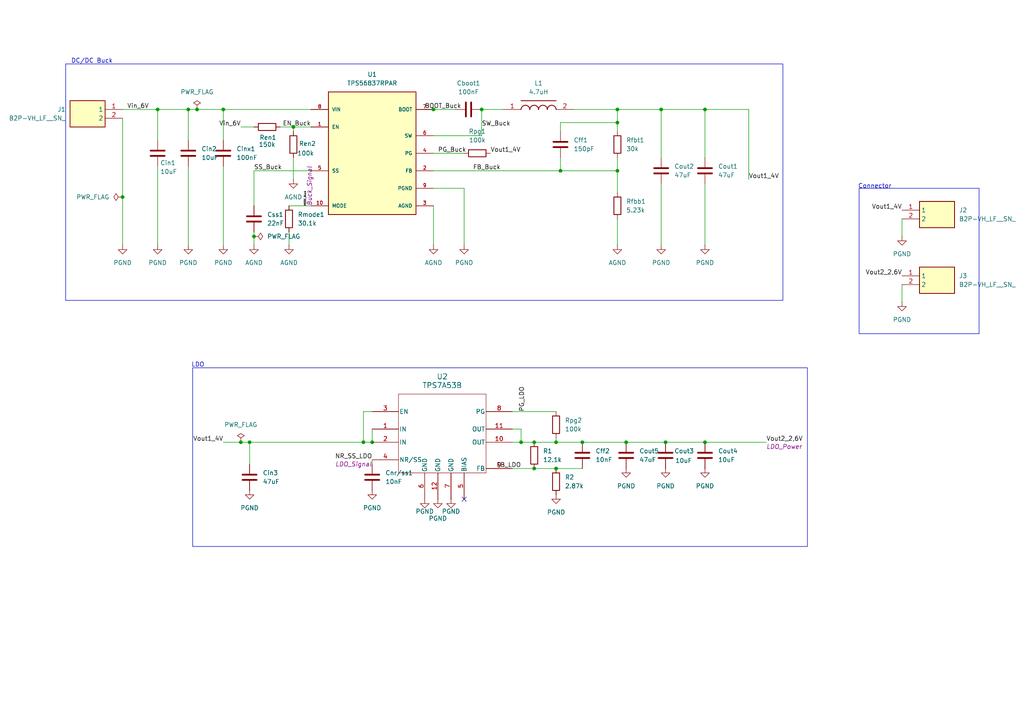
<source format=kicad_sch>
(kicad_sch (version 20231120) (generator "eeschema") (generator_version "8.0")
  (paper "A4")
  (title_block (title "DC/DC LDO analog supply") (date "2025-03-27") (rev "1") (company "Artem Kostenko"))
  (lib_symbols
    (symbol "Device:C" (pin_numbers hide) (pin_names (offset 0.254))
      (property "Reference" "C" (at 0.635 2.54 0))
      (property "Value" "C" (at 0.635 -2.54 0))
      (symbol "C_0_1"
        (polyline (pts (xy -2.032 -0.762) (xy 2.032 -0.762)) (stroke (width 0.508)))
        (polyline (pts (xy -2.032 0.762) (xy 2.032 0.762)) (stroke (width 0.508)))
      )
      (symbol "C_1_1"
        (pin passive line (at 0 3.81 270) (length 2.794) (name "~") (number "1"))
        (pin passive line (at 0 -3.81 90) (length 2.794) (name "~") (number "2"))
      )
    )
    (symbol "Device:R" (pin_numbers hide) (pin_names (offset 0))
      (property "Reference" "R" (at 2.032 0 90))
      (property "Value" "R" (at 0 0 90))
      (symbol "R_0_1"
        (rectangle (start -1.016 -2.54) (end 1.016 2.54) (stroke (width 0.254)))
      )
      (symbol "R_1_1"
        (pin passive line (at 0 3.81 270) (length 1.27) (name "~") (number "1"))
        (pin passive line (at 0 -3.81 90) (length 1.27) (name "~") (number "2"))
      )
    )
    (symbol "power:GND" (power) (pin_numbers hide) (pin_names (offset 0) hide)
      (property "Value" "GND" (at 0 -3.81 0))
      (symbol "GND_0_1"
        (polyline (pts (xy 0 0) (xy 0 -1.27) (xy 1.27 -1.27) (xy 0 -2.54) (xy -1.27 -1.27) (xy 0 -1.27)))
      )
      (symbol "GND_1_1"
        (pin power_in line (at 0 0 270) (length 0) (name "~") (number "1"))
      )
    )
    (symbol "power:PWR_FLAG" (power) (pin_numbers hide) (pin_names (offset 0) hide)
      (property "Value" "PWR_FLAG" (at 0 3.81 0))
      (symbol "PWR_FLAG_0_0"
        (pin power_out line (at 0 0 90) (length 0) (name "~") (number "1"))
      )
      (symbol "PWR_FLAG_0_1"
        (polyline (pts (xy 0 0) (xy 0 1.27) (xy -1.016 1.905) (xy 0 2.54) (xy 1.016 1.905) (xy 0 1.27)))
      )
    )
    (symbol "z1zTPS7A53B:PS7A5301BRPSR" (pin_names (offset 0.254))
      (property "Reference" "U2" (at 20.32 10.16 0))
      (property "Value" "TPS7A53B" (at 20.32 7.62 0))
      (symbol "PS7A5301BRPSR_0_1"
        (polyline (pts (xy 7.62 -17.78) (xy 33.02 -17.78)) (stroke (width 0.127)))
        (polyline (pts (xy 7.62 5.08) (xy 7.62 -17.78)) (stroke (width 0.127)))
        (polyline (pts (xy 33.02 -17.78) (xy 33.02 5.08)) (stroke (width 0.127)))
        (polyline (pts (xy 33.02 5.08) (xy 7.62 5.08)) (stroke (width 0.127)))
        (pin input line (at 0 -5.08 0) (length 7.62) (name "IN") (number "1"))
        (pin output line (at 40.64 -8.89 180) (length 7.62) (name "OUT") (number "10"))
        (pin input line (at 0 -8.89 0) (length 7.62) (name "IN") (number "2"))
        (pin input line (at 0 0 0) (length 7.62) (name "EN") (number "3"))
        (pin unspecified line (at 0 -13.97 0) (length 7.62) (name "NR/SS") (number "4"))
        (pin input line (at 26.67 -25.4 90) (length 7.62) (name "BIAS") (number "5"))
        (pin output line (at 40.64 0 180) (length 7.62) (name "PG") (number "8"))
        (pin input line (at 40.64 -16.51 180) (length 7.62) (name "FB") (number "9"))
      )
      (symbol "PS7A5301BRPSR_1_1"
        (pin passive line (at 40.64 -5.08 180) (length 7.62) (name "OUT") (number "11"))
        (pin power_in line (at 19.05 -25.4 90) (length 7.62) (name "GND") (number "12"))
        (pin power_in line (at 15.24 -25.4 90) (length 7.62) (name "GND") (number "6"))
        (pin power_in line (at 22.86 -25.4 90) (length 7.62) (name "GND") (number "7"))
      )
    )
    (symbol "zzzindukto 4.7:SPM6530T-4R7M" (pin_names hide)
      (property "Reference" "L" (at 16.51 6.35 0))
      (property "Value" "SPM6530T-4R7M" (at 16.51 3.81 0))
      (symbol "SPM6530T-4R7M_1_1"
        (polyline (pts (xy 5.08 2.54) (xy 15.24 2.54)) (stroke (width 0.254)))
        (arc (start 7.62 0) (mid 6.35 1.219) (end 5.08 0) (stroke (width 0.254)))
        (arc (start 10.16 0) (mid 8.89 1.219) (end 7.62 0) (stroke (width 0.254)))
        (arc (start 12.7 0) (mid 11.43 1.219) (end 10.16 0) (stroke (width 0.254)))
        (arc (start 15.24 0) (mid 13.97 1.219) (end 12.7 0) (stroke (width 0.254)))
        (pin passive line (at 0 0 0) (length 5.08) (name "1") (number "1"))
        (pin passive line (at 20.32 0 180) (length 5.08) (name "2") (number "2"))
      )
    )
    (symbol "zzzzconnector:B2P-VH_LF__SN_"
      (property "Reference" "J" (at 16.51 7.62 0))
      (property "Value" "B2P-VH_LF__SN_" (at 16.51 5.08 0))
      (symbol "B2P-VH_LF__SN__1_1"
        (rectangle (start 5.08 2.54) (end 15.24 -5.08) (stroke (width 0.254)) (fill (type background)))
        (pin passive line (at 0 0 0) (length 5.08) (name "1") (number "1"))
        (pin passive line (at 0 -2.54 0) (length 5.08) (name "2") (number "2"))
      )
    )
    (symbol "zzzzz12tsp:TPS56837RPAR" (pin_names (offset 1.016))
      (property "Reference" "U3" (at 0 17.78 0))
      (property "Value" "TPS56837RPAR" (at 0 15.24 0))
      (symbol "TPS56837RPAR_0_0"
        (rectangle (start -10.16 12.7) (end 15.24 -22.86) (stroke (width 0.254)) (fill (type background)))
        (pin input line (at -15.24 2.54 0) (length 5.08) (name "EN") (number "1"))
        (pin input line (at -15.24 -20.32 0) (length 5.08) (name "MODE") (number "10"))
        (pin input line (at 20.32 -10.16 180) (length 5.08) (name "FB") (number "2"))
        (pin power_in line (at 20.32 -20.32 180) (length 5.08) (name "AGND") (number "3"))
        (pin output line (at 20.32 -5.08 180) (length 5.08) (name "PG") (number "4"))
        (pin output line (at -15.24 -10.16 0) (length 5.08) (name "SS") (number "5"))
        (pin output line (at 20.32 0 180) (length 5.08) (name "SW") (number "6"))
        (pin input line (at 20.32 7.62 180) (length 5.08) (name "BOOT") (number "7"))
        (pin input line (at -15.24 7.62 0) (length 5.08) (name "VIN") (number "8"))
        (pin power_in line (at 20.32 -15.24 180) (length 5.08) (name "PGND") (number "9"))
      )
    )
  )
  (junction (at 179.07 31.75))
  (junction (at 35.56 57.15))
  (junction (at 179.07 49.53))
  (junction (at 139.7 31.75))
  (junction (at 179.07 35.56))
  (junction (at 151.13 128.27))
  (junction (at 162.56 49.53))
  (junction (at 168.91 128.27))
  (junction (at 69.85 128.27))
  (junction (at 204.47 128.27))
  (junction (at 181.61 128.27))
  (junction (at 125.73 31.75))
  (junction (at 45.72 31.75))
  (junction (at 64.77 31.75))
  (junction (at 85.09 36.83))
  (junction (at 161.29 135.89))
  (junction (at 105.41 128.27))
  (junction (at 72.39 128.27))
  (junction (at 57.15 31.75))
  (junction (at 161.29 128.27))
  (junction (at 204.47 31.75))
  (junction (at 154.94 128.27))
  (junction (at 193.04 128.27))
  (junction (at 154.94 135.89))
  (junction (at 73.66 68.58))
  (junction (at 54.61 31.75))
  (junction (at 107.95 128.27))
  (junction (at 191.77 31.75))
  (no_connect (at 134.62 144.78))
  (wire (pts (xy 162.56 38.1) (xy 162.56 35.56)))
  (wire (pts (xy 154.94 135.89) (xy 161.29 135.89)))
  (wire (pts (xy 64.77 128.27) (xy 69.85 128.27)))
  (wire (pts (xy 148.59 119.38) (xy 161.29 119.38)))
  (wire (pts (xy 151.13 124.46) (xy 151.13 128.27)))
  (wire (pts (xy 35.56 31.75) (xy 45.72 31.75)))
  (wire (pts (xy 57.15 31.75) (xy 64.77 31.75)))
  (wire (pts (xy 162.56 35.56) (xy 179.07 35.56)))
  (wire (pts (xy 123.19 31.75) (xy 125.73 31.75)))
  (wire (pts (xy 125.73 59.69) (xy 125.73 71.12)))
  (wire (pts (xy 134.62 54.61) (xy 134.62 71.12)))
  (wire (pts (xy 148.59 124.46) (xy 151.13 124.46)))
  (wire (pts (xy 161.29 128.27) (xy 168.91 128.27)))
  (wire (pts (xy 69.85 128.27) (xy 72.39 128.27)))
  (wire (pts (xy 54.61 31.75) (xy 57.15 31.75)))
  (wire (pts (xy 261.62 82.55) (xy 261.62 87.63)))
  (wire (pts (xy 179.07 31.75) (xy 179.07 35.56)))
  (wire (pts (xy 83.82 67.31) (xy 83.82 71.12)))
  (wire (pts (xy 179.07 63.5) (xy 179.07 71.12)))
  (wire (pts (xy 148.59 135.89) (xy 154.94 135.89)))
  (wire (pts (xy 64.77 48.26) (xy 64.77 71.12)))
  (wire (pts (xy 107.95 119.38) (xy 105.41 119.38)))
  (wire (pts (xy 139.7 31.75) (xy 146.05 31.75)))
  (wire (pts (xy 217.17 31.75) (xy 217.17 52.07)))
  (wire (pts (xy 204.47 53.34) (xy 204.47 71.12)))
  (wire (pts (xy 181.61 128.27) (xy 193.04 128.27)))
  (wire (pts (xy 35.56 34.29) (xy 35.56 57.15)))
  (wire (pts (xy 261.62 63.5) (xy 261.62 68.58)))
  (wire (pts (xy 45.72 48.26) (xy 45.72 71.12)))
  (wire (pts (xy 107.95 133.35) (xy 107.95 134.62)))
  (wire (pts (xy 85.09 36.83) (xy 85.09 38.1)))
  (wire (pts (xy 154.94 128.27) (xy 161.29 128.27)))
  (wire (pts (xy 85.09 45.72) (xy 85.09 52.07)))
  (wire (pts (xy 148.59 128.27) (xy 151.13 128.27)))
  (wire (pts (xy 125.73 54.61) (xy 134.62 54.61)))
  (wire (pts (xy 73.66 67.31) (xy 73.66 68.58)))
  (wire (pts (xy 73.66 49.53) (xy 73.66 59.69)))
  (wire (pts (xy 73.66 49.53) (xy 90.17 49.53)))
  (wire (pts (xy 35.56 57.15) (xy 35.56 71.12)))
  (wire (pts (xy 81.28 36.83) (xy 85.09 36.83)))
  (wire (pts (xy 193.04 128.27) (xy 204.47 128.27)))
  (wire (pts (xy 139.7 39.37) (xy 139.7 31.75)))
  (wire (pts (xy 64.77 31.75) (xy 90.17 31.75)))
  (wire (pts (xy 125.73 44.45) (xy 134.62 44.45)))
  (wire (pts (xy 166.37 31.75) (xy 179.07 31.75)))
  (wire (pts (xy 45.72 31.75) (xy 54.61 31.75)))
  (wire (pts (xy 162.56 49.53) (xy 179.07 49.53)))
  (wire (pts (xy 125.73 49.53) (xy 162.56 49.53)))
  (wire (pts (xy 107.95 124.46) (xy 107.95 128.27)))
  (wire (pts (xy 161.29 127) (xy 161.29 128.27)))
  (wire (pts (xy 85.09 36.83) (xy 90.17 36.83)))
  (wire (pts (xy 105.41 119.38) (xy 105.41 128.27)))
  (wire (pts (xy 125.73 31.75) (xy 132.08 31.75)))
  (wire (pts (xy 204.47 128.27) (xy 222.25 128.27)))
  (wire (pts (xy 73.66 68.58) (xy 73.66 71.12)))
  (wire (pts (xy 191.77 31.75) (xy 204.47 31.75)))
  (wire (pts (xy 191.77 53.34) (xy 191.77 71.12)))
  (wire (pts (xy 179.07 31.75) (xy 191.77 31.75)))
  (wire (pts (xy 204.47 31.75) (xy 217.17 31.75)))
  (wire (pts (xy 179.07 35.56) (xy 179.07 38.1)))
  (wire (pts (xy 64.77 31.75) (xy 64.77 40.64)))
  (wire (pts (xy 72.39 134.62) (xy 72.39 128.27)))
  (wire (pts (xy 72.39 128.27) (xy 105.41 128.27)))
  (wire (pts (xy 179.07 49.53) (xy 179.07 55.88)))
  (wire (pts (xy 161.29 135.89) (xy 168.91 135.89)))
  (wire (pts (xy 54.61 48.26) (xy 54.61 71.12)))
  (wire (pts (xy 54.61 31.75) (xy 54.61 40.64)))
  (wire (pts (xy 45.72 31.75) (xy 45.72 40.64)))
  (wire (pts (xy 162.56 45.72) (xy 162.56 49.53)))
  (wire (pts (xy 191.77 45.72) (xy 191.77 31.75)))
  (wire (pts (xy 151.13 128.27) (xy 154.94 128.27)))
  (wire (pts (xy 125.73 39.37) (xy 139.7 39.37)))
  (wire (pts (xy 83.82 59.69) (xy 90.17 59.69)))
  (wire (pts (xy 168.91 128.27) (xy 181.61 128.27)))
  (wire (pts (xy 105.41 128.27) (xy 107.95 128.27)))
  (wire (pts (xy 204.47 45.72) (xy 204.47 31.75)))
  (wire (pts (xy 179.07 45.72) (xy 179.07 49.53)))
  (wire (pts (xy 69.85 36.83) (xy 73.66 36.83)))
  (rectangle (start 55.88 106.68) (end 234.188 158.496))
  (rectangle (start 249.174 54.61) (end 283.972 96.774))
  (rectangle (start 19.05 18.542) (end 227.076 87.122))
  (text "DC/DC Buck" (at 26.67 17.78 0) (effects (font (size 1.27 1.27))))
  (text "LDO" (at 57.404 105.918 0) (effects (font (size 1.27 1.27))))
  (text "Connector" (at 253.746 54.102 0) (effects (font (size 1.27 1.27))))
  (label "Vin_6V" (at 69.85 36.83 180))
  (label "Vout1_4V" (at 142.24 44.45 0))
  (label "PG_Buck" (at 127 44.45 0) (property "Netclass" "Buck_Signal" (effects (hide yes))))
  (label "EN_Buck" (at 90.17 36.83 180) (property "Netclass" "Buck_Signal" (effects (hide yes))))
  (label "MODE_Buck" (at 88.9 59.69 90) (effects (font (size 0.508 0.508))) (property "Netclass" "Buck_Signal" (at 89.789 59.69 90) (effects (font (italic yes)) (justify left))))
  (label "FB_LDO" (at 151.13 135.89 180) (property "Netclass" "LDO_Signal" (effects (hide yes))))
  (label "Vout1_4V" (at 261.62 60.96 180))
  (label "Vout2_2,6V" (at 222.25 128.27 0) (property "Netclass" "LDO_Power" (at 222.25 129.54 0) (effects (font (italic yes)) (justify left))))
  (label "Vin_6V" (at 43.18 31.75 180) (property "Netclass" "Buck_Power" (effects (hide yes))))
  (label "Vout1_4V" (at 217.17 52.07 0))
  (label "PG_LDO" (at 152.4 119.38 90) (property "Netclass" "LDO_Signal" (effects (hide yes))))
  (label "FB_Buck" (at 137.16 49.53 0) (property "Netclass" "Buck_Signal" (effects (hide yes))))
  (label "Vout1_4V" (at 64.77 128.27 180) (property "Netclass" "Buck_Power" (effects (hide yes))))
  (label "Vout2_2,6V" (at 261.62 80.01 180))
  (label "SS_Buck" (at 73.66 49.53 0) (property "Netclass" "Buck_Signal" (effects (hide yes))))
  (label "NR_SS_LDO" (at 107.95 133.35 180) (property "Netclass" "LDO_Signal" (at 107.95 134.62 0) (effects (font (italic yes)) (justify right))))
  (label "SW_Buck" (at 139.7 36.83 0) (property "Netclass" "Buck_Power" (effects (hide yes))))
  (label "BOOT_Buck" (at 123.19 31.75 0) (property "Netclass" "Buck_Power" (effects (hide yes))))
  (symbol (lib_id "Device:C") (at 162.56 41.91 0) (unit 1)
    (property "Reference" "Cff1" (at 166.37 40.6399 0) (effects (justify left)))
    (property "Value" "150pF" (at 166.37 43.1799 0) (effects (justify left)))
    (property "Footprint" "Capacitor_SMD:C_0201_0603Metric" (effects (hide yes)))
    (property "Description" "Unpolarized capacitor" (effects (hide yes)))
  )
  (symbol (lib_id "power:GND") (at 261.62 87.63 0) (unit 1)
    (property "Reference" "#PWR024" (effects (hide yes)))
    (property "Value" "PGND" (at 261.62 92.71 0))
    (property "Description" "Power symbol creates a global label with name \"GND\" , ground" (effects (hide yes)))
  )
  (symbol (lib_id "power:GND") (at 193.04 135.89 0) (unit 1)
    (property "Reference" "#PWR018" (effects (hide yes)))
    (property "Value" "PGND" (at 193.04 140.97 0))
    (property "Description" "Power symbol creates a global label with name \"GND\" , ground" (effects (hide yes)))
  )
  (symbol (lib_id "power:GND") (at 191.77 71.12 0) (unit 1)
    (property "Reference" "#PWR010" (effects (hide yes)))
    (property "Value" "PGND" (at 191.77 76.2 0))
    (property "Description" "Power symbol creates a global label with name \"GND\" , ground" (effects (hide yes)))
  )
  (symbol (lib_id "Device:C") (at 45.72 44.45 0) (unit 1)
    (property "Reference" "Cin1" (at 46.482 47.244 0) (effects (justify left)))
    (property "Value" "10uF" (at 46.482 49.784 0) (effects (justify left)))
    (property "Footprint" "Capacitor_SMD:C_0805_2012Metric" (effects (hide yes)))
    (property "Description" "Unpolarized capacitor" (effects (hide yes)))
  )
  (symbol (lib_id "power:PWR_FLAG") (at 35.56 57.15 90) (unit 1)
    (property "Reference" "#FLG03" (effects (hide yes)))
    (property "Value" "PWR_FLAG" (at 31.75 57.1499 90) (effects (justify left)))
    (property "Description" "Special symbol for telling ERC where power comes from" (effects (hide yes)))
  )
  (symbol (lib_id "Device:R") (at 179.07 41.91 0) (unit 1)
    (property "Reference" "Rfbt1" (at 181.61 40.6399 0) (effects (justify left)))
    (property "Value" "30k" (at 181.61 43.1799 0) (effects (justify left)))
    (property "Footprint" "Resistor_SMD:R_0603_1608Metric" (effects (hide yes)))
    (property "Description" "Resistor" (effects (hide yes)))
  )
  (symbol (lib_id "Device:C") (at 72.39 138.43 0) (unit 1)
    (property "Reference" "Cin3" (at 76.2 137.1599 0) (effects (justify left)))
    (property "Value" "47uF" (at 76.2 139.6999 0) (effects (justify left)))
    (property "Footprint" "Resistor_SMD:R_0805_2012Metric" (effects (hide yes)))
    (property "Description" "Unpolarized capacitor" (effects (hide yes)))
  )
  (symbol (lib_id "zzzindukto 4.7:SPM6530T-4R7M") (at 146.05 31.75 0) (unit 1)
    (property "Reference" "L1" (at 156.21 24.13 0))
    (property "Value" "4.7uH" (at 156.21 26.67 0))
    (property "Footprint" "zzzzinduktor4.7:SPM6530" (effects (hide yes)))
    (property "Datasheet" "https://product.tdk.com/system/files/dam/doc/product/inductor/inductor/smd/catalog/inductor_commercial_power_spm6530_en.pdf" (effects (hide yes)))
    (property "Description" "TDK SPM Series Type 6530 Shielded Wire-wound SMD Inductor with a Metallic Magnetic Core, 4.7 H Wire-Wound 6.2A Idc" (effects (hide yes)))
    (property "Mouser Part Number" "810-SPM6530T-4R7M" (effects (hide yes)))
    (property "Mouser Price/Stock" "https://www.mouser.co.uk/ProductDetail/TDK/SPM6530T-4R7M?qs=chjFIDm9dbpOGKMR3qNvlw%3D%3D" (effects (hide yes)))
    (property "Manufacturer_Name" "TDK" (effects (hide yes)))
    (property "Manufacturer_Part_Number" "SPM6530T-4R7M" (effects (hide yes)))
  )
  (symbol (lib_id "power:GND") (at 35.56 71.12 0) (unit 1)
    (property "Reference" "#PWR01" (effects (hide yes)))
    (property "Value" "PGND" (at 35.56 76.2 0))
    (property "Description" "Power symbol creates a global label with name \"GND\" , ground" (effects (hide yes)))
  )
  (symbol (lib_id "Device:C") (at 135.89 31.75 90) (unit 1)
    (property "Reference" "Cboot1" (at 135.89 24.13 90))
    (property "Value" "100nF" (at 135.89 26.67 90))
    (property "Footprint" "Capacitor_SMD:C_0603_1608Metric" (effects (hide yes)))
    (property "Description" "Unpolarized capacitor" (effects (hide yes)))
  )
  (symbol (lib_id "zzzzz12tsp:TPS56837RPAR") (at 105.41 39.37 0) (unit 1)
    (property "Reference" "U1" (at 107.95 21.59 0))
    (property "Value" "TPS56837RPAR" (at 107.95 24.13 0))
    (property "Footprint" "TPS56837RPAR:CONV_TPS56837RPAR" (effects (hide yes)))
    (property "MF" "Texas Instruments" (effects (hide yes)))
    (property "MAXIMUM_PACKAGE_HEIGHT" "1 mm" (effects (hide yes)))
    (property "Package" "None" (effects (hide yes)))
    (property "Price" "None" (effects (hide yes)))
    (property "Check_prices" "https://www.snapeda.com/parts/TPS56837RPAR/Texas+Instruments/view-part/?ref=eda" (effects (hide yes)))
    (property "STANDARD" "Manufacturer Recommendations" (effects (hide yes)))
    (property "PARTREV" "A" (effects (hide yes)))
    (property "SnapEDA_Link" "https://www.snapeda.com/parts/TPS56837RPAR/Texas+Instruments/view-part/?ref=snap" (effects (hide yes)))
    (property "MP" "TPS56837RPAR" (effects (hide yes)))
    (property "Description_1" "\n                        \n                            4.5-V to 28-V input, 8-A synchronous buck converter\n                        \n" (effects (hide yes)))
    (property "Availability" "In Stock" (effects (hide yes)))
    (property "MANUFACTURER" "Texas Instruments" (effects (hide yes)))
  )
  (symbol (lib_id "power:PWR_FLAG") (at 69.85 128.27 0) (unit 1)
    (property "Reference" "#FLG04" (effects (hide yes)))
    (property "Value" "PWR_FLAG" (at 69.85 123.19 0))
    (property "Description" "Special symbol for telling ERC where power comes from" (effects (hide yes)))
  )
  (symbol (lib_id "power:GND") (at 125.73 71.12 0) (unit 1)
    (property "Reference" "#PWR07" (effects (hide yes)))
    (property "Value" "AGND" (at 125.73 76.2 0))
    (property "Description" "Power symbol creates a global label with name \"GND\" , ground" (effects (hide yes)))
  )
  (symbol (lib_id "power:GND") (at 134.62 71.12 0) (unit 1)
    (property "Reference" "#PWR08" (effects (hide yes)))
    (property "Value" "PGND" (at 134.62 76.2 0))
    (property "Description" "Power symbol creates a global label with name \"GND\" , ground" (effects (hide yes)))
  )
  (symbol (lib_id "power:GND") (at 127 144.78 0) (unit 1)
    (property "Reference" "#PWR021" (effects (hide yes)))
    (property "Value" "PGND" (at 127 150.368 0))
    (property "Description" "Power symbol creates a global label with name \"GND\" , ground" (effects (hide yes)))
  )
  (symbol (lib_id "Device:C") (at 107.95 138.43 0) (unit 1)
    (property "Reference" "Cnr/ss1" (at 111.76 137.1599 0) (effects (justify left)))
    (property "Value" "10nF" (at 111.76 139.6999 0) (effects (justify left)))
    (property "Footprint" "Capacitor_SMD:C_0402_1005Metric" (effects (hide yes)))
    (property "Description" "Unpolarized capacitor" (effects (hide yes)))
  )
  (symbol (lib_id "power:GND") (at 107.95 142.24 0) (unit 1)
    (property "Reference" "#PWR015" (effects (hide yes)))
    (property "Value" "PGND" (at 107.95 147.32 0))
    (property "Description" "Power symbol creates a global label with name \"GND\" , ground" (effects (hide yes)))
  )
  (symbol (lib_id "Device:C") (at 73.66 63.5 0) (unit 1)
    (property "Reference" "Css1" (at 77.47 62.2299 0) (effects (justify left)))
    (property "Value" "22nF" (at 77.47 64.7699 0) (effects (justify left)))
    (property "Footprint" "Capacitor_SMD:C_0402_1005Metric" (effects (hide yes)))
    (property "Description" "Unpolarized capacitor" (effects (hide yes)))
  )
  (symbol (lib_id "power:GND") (at 64.77 71.12 0) (unit 1)
    (property "Reference" "#PWR04" (effects (hide yes)))
    (property "Value" "PGND" (at 64.77 76.2 0))
    (property "Description" "Power symbol creates a global label with name \"GND\" , ground" (effects (hide yes)))
  )
  (symbol (lib_id "power:PWR_FLAG") (at 73.66 68.58 270) (unit 1)
    (property "Reference" "#FLG02" (effects (hide yes)))
    (property "Value" "PWR_FLAG" (at 77.47 68.5799 90) (effects (justify left)))
    (property "Description" "Special symbol for telling ERC where power comes from" (effects (hide yes)))
  )
  (symbol (lib_id "power:GND") (at 179.07 71.12 0) (unit 1)
    (property "Reference" "#PWR09" (effects (hide yes)))
    (property "Value" "AGND" (at 179.07 76.2 0))
    (property "Description" "Power symbol creates a global label with name \"GND\" , ground" (effects (hide yes)))
  )
  (symbol (lib_id "power:GND") (at 181.61 135.89 0) (unit 1)
    (property "Reference" "#PWR014" (effects (hide yes)))
    (property "Value" "PGND" (at 181.61 140.97 0))
    (property "Description" "Power symbol creates a global label with name \"GND\" , ground" (effects (hide yes)))
  )
  (symbol (lib_id "Device:C") (at 204.47 49.53 0) (unit 1)
    (property "Reference" "Cout1" (at 208.28 48.2599 0) (effects (justify left)))
    (property "Value" "47uF" (at 208.28 50.7999 0) (effects (justify left)))
    (property "Footprint" "Capacitor_SMD:C_1206_3216Metric" (effects (hide yes)))
    (property "Description" "Unpolarized capacitor" (effects (hide yes)))
  )
  (symbol (lib_id "power:GND") (at 204.47 135.89 0) (unit 1)
    (property "Reference" "#PWR019" (effects (hide yes)))
    (property "Value" "PGND" (at 204.47 140.97 0))
    (property "Description" "Power symbol creates a global label with name \"GND\" , ground" (effects (hide yes)))
  )
  (symbol (lib_id "power:GND") (at 54.61 71.12 0) (unit 1)
    (property "Reference" "#PWR03" (effects (hide yes)))
    (property "Value" "PGND" (at 54.61 76.2 0))
    (property "Description" "Power symbol creates a global label with name \"GND\" , ground" (effects (hide yes)))
  )
  (symbol (lib_id "power:PWR_FLAG") (at 57.15 31.75 0) (unit 1)
    (property "Reference" "#FLG01" (effects (hide yes)))
    (property "Value" "PWR_FLAG" (at 57.15 26.67 0))
    (property "Description" "Special symbol for telling ERC where power comes from" (effects (hide yes)))
  )
  (symbol (lib_id "zzzzconnector:B2P-VH_LF__SN_") (at 35.56 31.75 0) (mirror y) (unit 1)
    (property "Reference" "J1" (at 19.05 31.7499 0) (effects (justify left)))
    (property "Value" "B2P-VH_LF__SN_" (at 19.05 34.2899 0) (effects (justify left)))
    (property "Footprint" "supadupaconnector:SHDR2W155P0X396_1X2_777X1001X1184P" (effects (hide yes)))
    (property "Datasheet" "https://datasheet.lcsc.com/szlcsc/JST-Sales-America-VHseries-socket-1-2P-pitch3-96mm-Straight-line_C160315.pdf" (effects (hide yes)))
    (property "Description" "WIRE-BOARD CONNECTOR, HEADER 2 POSITION 3.96MM; Product Range:VH Series; Gender:Header; No. of Positions:2Positions; Pitch Spacing:3.96mm; For Use With:VH Series Contacts; Connector Mounting:PCB Mount; Connector Shroud:Shrouded RoHS Compliant: Yes" (effects (hide yes)))
    (property "Height" "10.9" (effects (hide yes)))
    (property "Mouser Part Number" "N/A" (effects (hide yes)))
    (property "Mouser Price/Stock" "https://www.mouser.co.uk/ProductDetail/JST-Commercial/B2P-VHLFSN?qs=QpmGXVUTftHAqi50yPzpkg%3D%3D" (effects (hide yes)))
    (property "Manufacturer_Name" "JST (JAPAN SOLDERLESS TERMINALS)" (effects (hide yes)))
    (property "Manufacturer_Part_Number" "B2P-VH(LF)(SN)" (effects (hide yes)))
  )
  (symbol (lib_id "power:GND") (at 85.09 52.07 0) (unit 1)
    (property "Reference" "#PWR025" (effects (hide yes)))
    (property "Value" "AGND" (at 85.09 57.15 0))
    (property "Description" "Power symbol creates a global label with name \"GND\" , ground" (effects (hide yes)))
  )
  (symbol (lib_id "power:GND") (at 130.81 144.78 0) (unit 1)
    (property "Reference" "#PWR022" (effects (hide yes)))
    (property "Value" "PGND" (at 130.81 148.336 0))
    (property "Description" "Power symbol creates a global label with name \"GND\" , ground" (effects (hide yes)))
  )
  (symbol (lib_id "power:GND") (at 45.72 71.12 0) (unit 1)
    (property "Reference" "#PWR02" (effects (hide yes)))
    (property "Value" "PGND" (at 45.72 76.2 0))
    (property "Description" "Power symbol creates a global label with name \"GND\" , ground" (effects (hide yes)))
  )
  (symbol (lib_id "power:GND") (at 123.19 144.78 0) (unit 1)
    (property "Reference" "#PWR020" (effects (hide yes)))
    (property "Value" "PGND" (at 123.19 148.336 0))
    (property "Description" "Power symbol creates a global label with name \"GND\" , ground" (effects (hide yes)))
  )
  (symbol (lib_id "Device:C") (at 181.61 132.08 0) (unit 1)
    (property "Reference" "Cout5" (at 185.42 130.8099 0) (effects (justify left)))
    (property "Value" "47uF" (at 185.42 133.3499 0) (effects (justify left)))
    (property "Footprint" "Resistor_SMD:R_0805_2012Metric" (effects (hide yes)))
    (property "Description" "Unpolarized capacitor" (effects (hide yes)))
  )
  (symbol (lib_id "Device:C") (at 168.91 132.08 0) (unit 1)
    (property "Reference" "Cff2" (at 172.72 130.8099 0) (effects (justify left)))
    (property "Value" "10nF" (at 172.72 133.3499 0) (effects (justify left)))
    (property "Footprint" "Capacitor_SMD:C_0402_1005Metric" (effects (hide yes)))
    (property "Description" "Unpolarized capacitor" (effects (hide yes)))
  )
  (symbol (lib_id "zzzzconnector:B2P-VH_LF__SN_") (at 261.62 80.01 0) (unit 1)
    (property "Reference" "J3" (at 278.13 80.0099 0) (effects (justify left)))
    (property "Value" "B2P-VH_LF__SN_" (at 278.13 82.5499 0) (effects (justify left)))
    (property "Footprint" "supadupaconnector:SHDR2W155P0X396_1X2_777X1001X1184P" (effects (hide yes)))
    (property "Datasheet" "https://datasheet.lcsc.com/szlcsc/JST-Sales-America-VHseries-socket-1-2P-pitch3-96mm-Straight-line_C160315.pdf" (effects (hide yes)))
    (property "Description" "WIRE-BOARD CONNECTOR, HEADER 2 POSITION 3.96MM; Product Range:VH Series; Gender:Header; No. of Positions:2Positions; Pitch Spacing:3.96mm; For Use With:VH Series Contacts; Connector Mounting:PCB Mount; Connector Shroud:Shrouded RoHS Compliant: Yes" (effects (hide yes)))
    (property "Height" "10.9" (effects (hide yes)))
    (property "Mouser Part Number" "N/A" (effects (hide yes)))
    (property "Mouser Price/Stock" "https://www.mouser.co.uk/ProductDetail/JST-Commercial/B2P-VHLFSN?qs=QpmGXVUTftHAqi50yPzpkg%3D%3D" (effects (hide yes)))
    (property "Manufacturer_Name" "JST (JAPAN SOLDERLESS TERMINALS)" (effects (hide yes)))
    (property "Manufacturer_Part_Number" "B2P-VH(LF)(SN)" (effects (hide yes)))
  )
  (symbol (lib_id "Device:R") (at 154.94 132.08 0) (unit 1)
    (property "Reference" "R1" (at 157.48 130.8099 0) (effects (justify left)))
    (property "Value" "12.1k" (at 157.48 133.3499 0) (effects (justify left)))
    (property "Footprint" "Resistor_SMD:R_0402_1005Metric" (effects (hide yes)))
    (property "Description" "Resistor" (effects (hide yes)))
  )
  (symbol (lib_id "Device:R") (at 138.43 44.45 90) (unit 1)
    (property "Reference" "Rpg1" (at 138.43 38.1 90))
    (property "Value" "100k" (at 138.43 40.64 90))
    (property "Footprint" "Resistor_SMD:R_0402_1005Metric" (effects (hide yes)))
    (property "Description" "Resistor" (effects (hide yes)))
  )
  (symbol (lib_id "power:GND") (at 72.39 142.24 0) (unit 1)
    (property "Reference" "#PWR012" (effects (hide yes)))
    (property "Value" "PGND" (at 72.39 147.32 0))
    (property "Description" "Power symbol creates a global label with name \"GND\" , ground" (effects (hide yes)))
  )
  (symbol (lib_id "Device:R") (at 179.07 59.69 0) (unit 1)
    (property "Reference" "Rfbb1" (at 181.61 58.4199 0) (effects (justify left)))
    (property "Value" "5.23k" (at 181.61 60.9599 0) (effects (justify left)))
    (property "Footprint" "Resistor_SMD:R_0402_1005Metric" (effects (hide yes)))
    (property "Description" "Resistor" (effects (hide yes)))
  )
  (symbol (lib_id "Device:C") (at 191.77 49.53 0) (unit 1)
    (property "Reference" "Cout2" (at 195.58 48.2599 0) (effects (justify left)))
    (property "Value" "47uF" (at 195.58 50.7999 0) (effects (justify left)))
    (property "Footprint" "Capacitor_SMD:C_1206_3216Metric" (effects (hide yes)))
    (property "Description" "Unpolarized capacitor" (effects (hide yes)))
  )
  (symbol (lib_id "Device:C") (at 64.77 44.45 0) (unit 1)
    (property "Reference" "Cinx1" (at 68.58 43.1799 0) (effects (justify left)))
    (property "Value" "100nF" (at 68.58 45.7199 0) (effects (justify left)))
    (property "Footprint" "Capacitor_SMD:C_0805_2012Metric" (effects (hide yes)))
    (property "Description" "Unpolarized capacitor" (effects (hide yes)))
  )
  (symbol (lib_id "power:GND") (at 204.47 71.12 0) (unit 1)
    (property "Reference" "#PWR011" (effects (hide yes)))
    (property "Value" "PGND" (at 204.47 76.2 0))
    (property "Description" "Power symbol creates a global label with name \"GND\" , ground" (effects (hide yes)))
  )
  (symbol (lib_id "z1zTPS7A53B:PS7A5301BRPSR") (at 107.95 119.38 0) (unit 1)
    (property "Reference" "U2" (at 128.27 109.22 0) (effects (font (size 1.524 1.524))))
    (property "Value" "TPS7A53B" (at 128.27 111.76 0) (effects (font (size 1.524 1.524))))
    (property "Footprint" "7A53:VQFN-HR12_RPS_TEX" (effects (hide yes)))
    (property "Datasheet" "PS7A5301BRPSR" (effects (hide yes)))
  )
  (symbol (lib_id "power:GND") (at 161.29 143.51 0) (unit 1)
    (property "Reference" "#PWR016" (effects (hide yes)))
    (property "Value" "PGND" (at 161.29 148.59 0))
    (property "Description" "Power symbol creates a global label with name \"GND\" , ground" (effects (hide yes)))
  )
  (symbol (lib_id "power:GND") (at 73.66 71.12 0) (unit 1)
    (property "Reference" "#PWR05" (effects (hide yes)))
    (property "Value" "AGND" (at 73.66 76.2 0))
    (property "Description" "Power symbol creates a global label with name \"GND\" , ground" (effects (hide yes)))
  )
  (symbol (lib_id "zzzzconnector:B2P-VH_LF__SN_") (at 261.62 60.96 0) (unit 1)
    (property "Reference" "J2" (at 278.13 60.9599 0) (effects (justify left)))
    (property "Value" "B2P-VH_LF__SN_" (at 278.13 63.4999 0) (effects (justify left)))
    (property "Footprint" "supadupaconnector:SHDR2W155P0X396_1X2_777X1001X1184P" (effects (hide yes)))
    (property "Datasheet" "https://datasheet.lcsc.com/szlcsc/JST-Sales-America-VHseries-socket-1-2P-pitch3-96mm-Straight-line_C160315.pdf" (effects (hide yes)))
    (property "Description" "WIRE-BOARD CONNECTOR, HEADER 2 POSITION 3.96MM; Product Range:VH Series; Gender:Header; No. of Positions:2Positions; Pitch Spacing:3.96mm; For Use With:VH Series Contacts; Connector Mounting:PCB Mount; Connector Shroud:Shrouded RoHS Compliant: Yes" (effects (hide yes)))
    (property "Height" "10.9" (effects (hide yes)))
    (property "Mouser Part Number" "N/A" (effects (hide yes)))
    (property "Mouser Price/Stock" "https://www.mouser.co.uk/ProductDetail/JST-Commercial/B2P-VHLFSN?qs=QpmGXVUTftHAqi50yPzpkg%3D%3D" (effects (hide yes)))
    (property "Manufacturer_Name" "JST (JAPAN SOLDERLESS TERMINALS)" (effects (hide yes)))
    (property "Manufacturer_Part_Number" "B2P-VH(LF)(SN)" (effects (hide yes)))
  )
  (symbol (lib_id "power:GND") (at 261.62 68.58 0) (unit 1)
    (property "Reference" "#PWR023" (effects (hide yes)))
    (property "Value" "PGND" (at 261.62 73.66 0))
    (property "Description" "Power symbol creates a global label with name \"GND\" , ground" (effects (hide yes)))
  )
  (symbol (lib_id "Device:C") (at 54.61 44.45 0) (unit 1)
    (property "Reference" "Cin2" (at 58.42 43.1799 0) (effects (justify left)))
    (property "Value" "10uF" (at 58.42 45.7199 0) (effects (justify left)))
    (property "Footprint" "Capacitor_SMD:C_0805_2012Metric" (effects (hide yes)))
    (property "Description" "Unpolarized capacitor" (effects (hide yes)))
  )
  (symbol (lib_id "power:GND") (at 83.82 71.12 0) (unit 1)
    (property "Reference" "#PWR06" (effects (hide yes)))
    (property "Value" "AGND" (at 83.82 76.2 0))
    (property "Description" "Power symbol creates a global label with name \"GND\" , ground" (effects (hide yes)))
  )
  (symbol (lib_id "Device:R") (at 83.82 63.5 0) (unit 1)
    (property "Reference" "Rmode1" (at 86.36 62.2299 0) (effects (justify left)))
    (property "Value" "30.1k" (at 86.36 64.7699 0) (effects (justify left)))
    (property "Footprint" "Resistor_SMD:R_0805_2012Metric" (effects (hide yes)))
    (property "Description" "Resistor" (effects (hide yes)))
  )
  (symbol (lib_id "Device:R") (at 161.29 123.19 0) (unit 1)
    (property "Reference" "Rpg2" (at 163.83 121.9199 0) (effects (justify left)))
    (property "Value" "100k" (at 163.83 124.4599 0) (effects (justify left)))
    (property "Footprint" "Resistor_SMD:R_0402_1005Metric" (effects (hide yes)))
    (property "Description" "Resistor" (effects (hide yes)))
  )
  (symbol (lib_id "Device:C") (at 204.47 132.08 0) (unit 1)
    (property "Reference" "Cout4" (at 208.28 130.8099 0) (effects (justify left)))
    (property "Value" "10uF" (at 208.28 133.3499 0) (effects (justify left)))
    (property "Footprint" "Resistor_SMD:R_0805_2012Metric" (effects (hide yes)))
    (property "Description" "Unpolarized capacitor" (effects (hide yes)))
  )
  (symbol (lib_id "Device:R") (at 77.47 36.83 90) (unit 1)
    (property "Reference" "Ren1" (at 77.724 39.878 90))
    (property "Value" "150k" (at 77.47 41.91 90))
    (property "Footprint" "Resistor_SMD:R_0402_1005Metric" (effects (hide yes)))
    (property "Description" "Resistor" (effects (hide yes)))
  )
  (symbol (lib_id "Device:C") (at 193.04 132.08 0) (unit 1)
    (property "Reference" "Cout3" (at 195.58 130.81 0) (effects (justify left)))
    (property "Value" "10uF" (at 195.834 133.604 0) (effects (justify left)))
    (property "Footprint" "Resistor_SMD:R_0805_2012Metric" (effects (hide yes)))
    (property "Description" "Unpolarized capacitor" (effects (hide yes)))
  )
  (symbol (lib_id "Device:R") (at 161.29 139.7 0) (unit 1)
    (property "Reference" "R2" (at 163.83 138.4299 0) (effects (justify left)))
    (property "Value" "2.87k" (at 163.83 140.9699 0) (effects (justify left)))
    (property "Footprint" "Resistor_SMD:R_0402_1005Metric" (effects (hide yes)))
    (property "Description" "Resistor" (effects (hide yes)))
  )
  (symbol (lib_id "Device:R") (at 85.09 41.91 180) (unit 1)
    (property "Reference" "Ren2" (at 89.154 41.656 0))
    (property "Value" "100k" (at 88.646 44.45 0))
    (property "Footprint" "Resistor_SMD:R_0402_1005Metric" (effects (hide yes)))
    (property "Description" "Resistor" (effects (hide yes)))
  )
)
</source>
